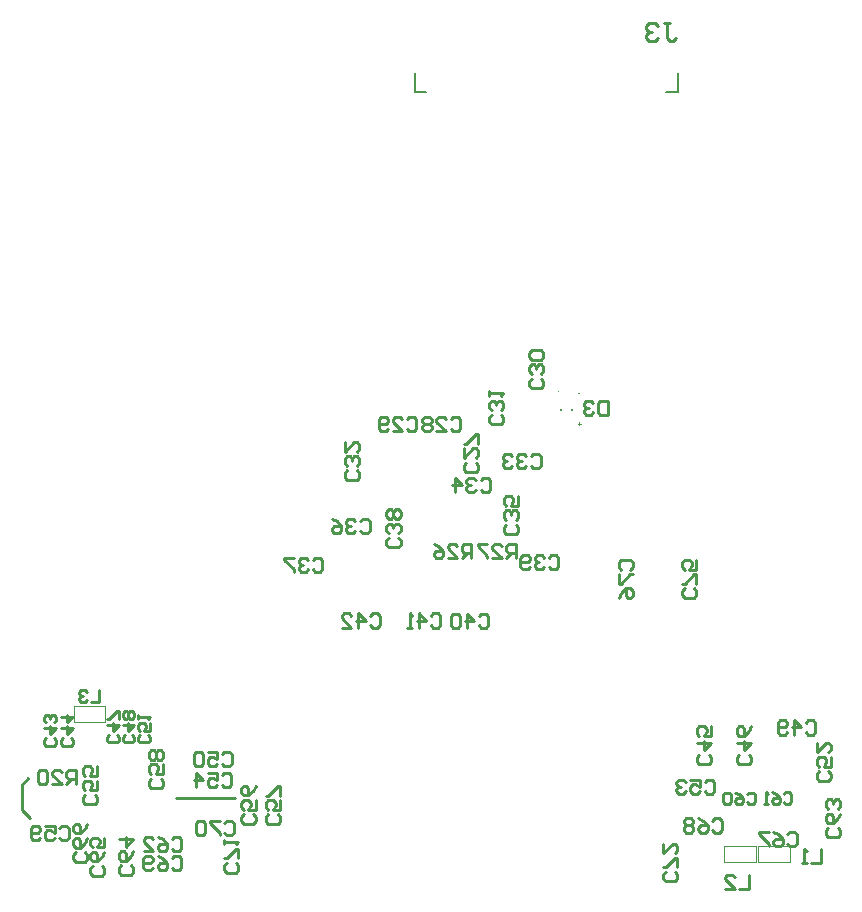
<source format=gbo>
G04*
G04 #@! TF.GenerationSoftware,Altium Limited,Altium Designer,20.1.7 (139)*
G04*
G04 Layer_Color=32896*
%FSLAX25Y25*%
%MOIN*%
G70*
G04*
G04 #@! TF.SameCoordinates,F1024F09-50C5-4513-BE08-2A4FEE95A773*
G04*
G04*
G04 #@! TF.FilePolarity,Positive*
G04*
G01*
G75*
%ADD10C,0.00394*%
%ADD11C,0.00787*%
%ADD15C,0.01000*%
G36*
X210848Y225434D02*
X211400D01*
Y225201D01*
X210848D01*
Y224654D01*
X210617D01*
Y225201D01*
X210070D01*
Y225434D01*
X210617D01*
Y225981D01*
X210848D01*
Y225434D01*
D02*
G37*
G36*
X210906Y235340D02*
X210145D01*
Y235589D01*
X210906D01*
Y235340D01*
D02*
G37*
D10*
X203689Y236166D02*
G03*
X203689Y236166I-197J0D01*
G01*
X52705Y125965D02*
Y131280D01*
X42193D02*
X52688D01*
X42193Y125965D02*
Y131280D01*
Y125965D02*
X52688D01*
X280906Y79398D02*
Y84713D01*
X270394D02*
X280889D01*
X270394Y79398D02*
Y84713D01*
Y79398D02*
X280889D01*
X269468Y79378D02*
Y84693D01*
X258957D02*
X269452D01*
X258957Y79378D02*
Y84693D01*
Y79378D02*
X269452D01*
D11*
X155748Y336006D02*
Y342404D01*
X243543Y336006D02*
Y342404D01*
X155748Y336006D02*
X159716D01*
X239575D02*
X243543D01*
X208067Y230114D02*
Y230508D01*
X204720Y230114D02*
Y230508D01*
D15*
X24909Y96713D02*
X27713Y93910D01*
X24909Y96713D02*
Y97264D01*
Y105161D01*
X26977Y107229D01*
X76276Y100657D02*
X95941D01*
X200493Y180825D02*
X201280Y181613D01*
X202855D01*
X203642Y180825D01*
Y177677D01*
X202855Y176890D01*
X201280D01*
X200493Y177677D01*
X198919Y180825D02*
X198132Y181613D01*
X196557D01*
X195770Y180825D01*
Y180038D01*
X196557Y179251D01*
X197345D01*
X196557D01*
X195770Y178464D01*
Y177677D01*
X196557Y176890D01*
X198132D01*
X198919Y177677D01*
X194196D02*
X193409Y176890D01*
X191834D01*
X191047Y177677D01*
Y180825D01*
X191834Y181613D01*
X193409D01*
X194196Y180825D01*
Y180038D01*
X193409Y179251D01*
X191047D01*
X224552Y176859D02*
X223765Y177646D01*
Y179221D01*
X224552Y180008D01*
X227701D01*
X228488Y179221D01*
Y177646D01*
X227701Y176859D01*
X223765Y175285D02*
Y172136D01*
X224552D01*
X227701Y175285D01*
X228488D01*
X223765Y167413D02*
X224552Y168988D01*
X226127Y170562D01*
X227701D01*
X228488Y169775D01*
Y168201D01*
X227701Y167413D01*
X226914D01*
X226127Y168201D01*
Y170562D01*
X248928Y170582D02*
X249715Y169794D01*
Y168220D01*
X248928Y167433D01*
X245779D01*
X244992Y168220D01*
Y169794D01*
X245779Y170582D01*
X249715Y172156D02*
Y175304D01*
X248928D01*
X245779Y172156D01*
X244992D01*
X249715Y180027D02*
Y176879D01*
X247354D01*
X248141Y178453D01*
Y179240D01*
X247354Y180027D01*
X245779D01*
X244992Y179240D01*
Y177666D01*
X245779Y176879D01*
X238901Y359198D02*
X240901D01*
X239901D01*
Y354200D01*
X240901Y353200D01*
X241900D01*
X242900Y354200D01*
X236902Y358198D02*
X235902Y359198D01*
X233903D01*
X232903Y358198D01*
Y357199D01*
X233903Y356199D01*
X234903D01*
X233903D01*
X232903Y355199D01*
Y354200D01*
X233903Y353200D01*
X235902D01*
X236902Y354200D01*
X50453Y136759D02*
Y132823D01*
X47829D01*
X46517Y136103D02*
X45861Y136759D01*
X44549D01*
X43893Y136103D01*
Y135447D01*
X44549Y134791D01*
X45205D01*
X44549D01*
X43893Y134135D01*
Y133479D01*
X44549Y132823D01*
X45861D01*
X46517Y133479D01*
X267142Y75187D02*
Y70465D01*
X263993D01*
X259270D02*
X262419D01*
X259270Y73613D01*
Y74400D01*
X260057Y75187D01*
X261632D01*
X262419Y74400D01*
X291122Y83727D02*
Y79004D01*
X287973D01*
X286399D02*
X284825D01*
X285612D01*
Y83727D01*
X286399Y82940D01*
X189488Y180713D02*
Y185435D01*
X187127D01*
X186340Y184648D01*
Y183074D01*
X187127Y182287D01*
X189488D01*
X187914D02*
X186340Y180713D01*
X181617D02*
X184765D01*
X181617Y183861D01*
Y184648D01*
X182404Y185435D01*
X183978D01*
X184765Y184648D01*
X180042Y185435D02*
X176894D01*
Y184648D01*
X180042Y181500D01*
Y180713D01*
X174661Y180780D02*
Y185502D01*
X172300D01*
X171513Y184715D01*
Y183141D01*
X172300Y182354D01*
X174661D01*
X173087D02*
X171513Y180780D01*
X166790D02*
X169939D01*
X166790Y183928D01*
Y184715D01*
X167577Y185502D01*
X169151D01*
X169939Y184715D01*
X162067Y185502D02*
X163641Y184715D01*
X165216Y183141D01*
Y181567D01*
X164428Y180780D01*
X162854D01*
X162067Y181567D01*
Y182354D01*
X162854Y183141D01*
X165216D01*
X91599Y115302D02*
X92387Y116089D01*
X93961D01*
X94748Y115302D01*
Y112153D01*
X93961Y111366D01*
X92387D01*
X91599Y112153D01*
X86877Y116089D02*
X90025D01*
Y113728D01*
X88451Y114515D01*
X87664D01*
X86877Y113728D01*
Y112153D01*
X87664Y111366D01*
X89238D01*
X90025Y112153D01*
X85302Y115302D02*
X84515Y116089D01*
X82941D01*
X82154Y115302D01*
Y112153D01*
X82941Y111366D01*
X84515D01*
X85302Y112153D01*
Y115302D01*
X35414Y120647D02*
X36070Y119992D01*
Y118680D01*
X35414Y118024D01*
X32790D01*
X32134Y118680D01*
Y119992D01*
X32790Y120647D01*
X32134Y123927D02*
X36070D01*
X34102Y121959D01*
Y124583D01*
X35414Y125895D02*
X36070Y126551D01*
Y127863D01*
X35414Y128519D01*
X34758D01*
X34102Y127863D01*
Y127207D01*
Y127863D01*
X33446Y128519D01*
X32790D01*
X32134Y127863D01*
Y126551D01*
X32790Y125895D01*
X101963Y95279D02*
X102750Y94491D01*
Y92917D01*
X101963Y92130D01*
X98815D01*
X98028Y92917D01*
Y94491D01*
X98815Y95279D01*
X102750Y100001D02*
Y96853D01*
X100389D01*
X101176Y98427D01*
Y99214D01*
X100389Y100001D01*
X98815D01*
X98028Y99214D01*
Y97640D01*
X98815Y96853D01*
X102750Y104724D02*
X101963Y103150D01*
X100389Y101576D01*
X98815D01*
X98028Y102363D01*
Y103937D01*
X98815Y104724D01*
X99602D01*
X100389Y103937D01*
Y101576D01*
X110188Y95223D02*
X110975Y94436D01*
Y92862D01*
X110188Y92075D01*
X107039D01*
X106252Y92862D01*
Y94436D01*
X107039Y95223D01*
X110975Y99946D02*
Y96798D01*
X108613D01*
X109401Y98372D01*
Y99159D01*
X108613Y99946D01*
X107039D01*
X106252Y99159D01*
Y97585D01*
X107039Y96798D01*
X110975Y101521D02*
Y104669D01*
X110188D01*
X107039Y101521D01*
X106252D01*
X41311Y120647D02*
X41967Y119992D01*
Y118680D01*
X41311Y118024D01*
X38688D01*
X38032Y118680D01*
Y119992D01*
X38688Y120647D01*
X38032Y123927D02*
X41967D01*
X39999Y121959D01*
Y124583D01*
X38032Y127863D02*
X41967D01*
X39999Y125895D01*
Y128519D01*
X74796Y80570D02*
X75583Y81357D01*
X77158D01*
X77945Y80570D01*
Y77421D01*
X77158Y76634D01*
X75583D01*
X74796Y77421D01*
X70073Y81357D02*
X71648Y80570D01*
X73222Y78995D01*
Y77421D01*
X72435Y76634D01*
X70861D01*
X70073Y77421D01*
Y78208D01*
X70861Y78995D01*
X73222D01*
X68499Y77421D02*
X67712Y76634D01*
X66138D01*
X65351Y77421D01*
Y80570D01*
X66138Y81357D01*
X67712D01*
X68499Y80570D01*
Y79782D01*
X67712Y78995D01*
X65351D01*
X74891Y86952D02*
X75678Y87739D01*
X77252D01*
X78039Y86952D01*
Y83803D01*
X77252Y83016D01*
X75678D01*
X74891Y83803D01*
X70168Y87739D02*
X71742Y86952D01*
X73317Y85377D01*
Y83803D01*
X72529Y83016D01*
X70955D01*
X70168Y83803D01*
Y84590D01*
X70955Y85377D01*
X73317D01*
X65445Y83016D02*
X68594D01*
X65445Y86164D01*
Y86952D01*
X66232Y87739D01*
X67807D01*
X68594Y86952D01*
X71136Y107184D02*
X71924Y106397D01*
Y104823D01*
X71136Y104035D01*
X67988D01*
X67201Y104823D01*
Y106397D01*
X67988Y107184D01*
X71924Y111907D02*
Y108758D01*
X69562D01*
X70349Y110333D01*
Y111120D01*
X69562Y111907D01*
X67988D01*
X67201Y111120D01*
Y109546D01*
X67988Y108758D01*
X71136Y113481D02*
X71924Y114268D01*
Y115843D01*
X71136Y116630D01*
X70349D01*
X69562Y115843D01*
X68775Y116630D01*
X67988D01*
X67201Y115843D01*
Y114268D01*
X67988Y113481D01*
X68775D01*
X69562Y114268D01*
X70349Y113481D01*
X71136D01*
X69562Y114268D02*
Y115843D01*
X56544Y121848D02*
X57200Y121192D01*
Y119880D01*
X56544Y119224D01*
X53920D01*
X53264Y119880D01*
Y121192D01*
X53920Y121848D01*
X53264Y125128D02*
X57200D01*
X55232Y123160D01*
Y125784D01*
X57200Y127096D02*
Y129720D01*
X56544D01*
X53920Y127096D01*
X53264D01*
X61705Y121848D02*
X62361Y121192D01*
Y119880D01*
X61705Y119224D01*
X59081D01*
X58425Y119880D01*
Y121192D01*
X59081Y121848D01*
X58425Y125128D02*
X62361D01*
X60393Y123160D01*
Y125784D01*
X61705Y127096D02*
X62361Y127752D01*
Y129064D01*
X61705Y129720D01*
X61049D01*
X60393Y129064D01*
X59737Y129720D01*
X59081D01*
X58425Y129064D01*
Y127752D01*
X59081Y127096D01*
X59737D01*
X60393Y127752D01*
X61049Y127096D01*
X61705D01*
X60393Y127752D02*
Y129064D01*
X96274Y79011D02*
X97062Y78224D01*
Y76649D01*
X96274Y75862D01*
X93126D01*
X92339Y76649D01*
Y78224D01*
X93126Y79011D01*
X97062Y80585D02*
Y83734D01*
X96274D01*
X93126Y80585D01*
X92339D01*
Y85308D02*
Y86882D01*
Y86095D01*
X97062D01*
X96274Y85308D01*
X253869Y115113D02*
X254656Y114326D01*
Y112752D01*
X253869Y111965D01*
X250720D01*
X249933Y112752D01*
Y114326D01*
X250720Y115113D01*
X249933Y119049D02*
X254656D01*
X252294Y116687D01*
Y119836D01*
X254656Y124559D02*
Y121410D01*
X252294D01*
X253082Y122985D01*
Y123772D01*
X252294Y124559D01*
X250720D01*
X249933Y123772D01*
Y122197D01*
X250720Y121410D01*
X286178Y125818D02*
X286965Y126605D01*
X288540D01*
X289327Y125818D01*
Y122669D01*
X288540Y121882D01*
X286965D01*
X286178Y122669D01*
X282242Y121882D02*
Y126605D01*
X284604Y124243D01*
X281455D01*
X279881Y122669D02*
X279094Y121882D01*
X277520D01*
X276732Y122669D01*
Y125818D01*
X277520Y126605D01*
X279094D01*
X279881Y125818D01*
Y125031D01*
X279094Y124243D01*
X276732D01*
X242601Y76062D02*
X243388Y75275D01*
Y73700D01*
X242601Y72913D01*
X239453D01*
X238665Y73700D01*
Y75275D01*
X239453Y76062D01*
X243388Y77636D02*
Y80785D01*
X242601D01*
X239453Y77636D01*
X238665D01*
Y85508D02*
Y82359D01*
X241814Y85508D01*
X242601D01*
X243388Y84721D01*
Y83146D01*
X242601Y82359D01*
X45892Y82637D02*
X46680Y81850D01*
Y80275D01*
X45892Y79488D01*
X42744D01*
X41957Y80275D01*
Y81850D01*
X42744Y82637D01*
X46680Y87360D02*
X45892Y85785D01*
X44318Y84211D01*
X42744D01*
X41957Y84998D01*
Y86572D01*
X42744Y87360D01*
X43531D01*
X44318Y86572D01*
Y84211D01*
X46680Y92083D02*
X45892Y90508D01*
X44318Y88934D01*
X42744D01*
X41957Y89721D01*
Y91295D01*
X42744Y92083D01*
X43531D01*
X44318Y91295D01*
Y88934D01*
X266482Y101886D02*
X267138Y102542D01*
X268450D01*
X269106Y101886D01*
Y99262D01*
X268450Y98606D01*
X267138D01*
X266482Y99262D01*
X262547Y102542D02*
X263859Y101886D01*
X265171Y100574D01*
Y99262D01*
X264515Y98606D01*
X263203D01*
X262547Y99262D01*
Y99918D01*
X263203Y100574D01*
X265171D01*
X261235Y101886D02*
X260579Y102542D01*
X259267D01*
X258611Y101886D01*
Y99262D01*
X259267Y98606D01*
X260579D01*
X261235Y99262D01*
Y101886D01*
X220091Y228486D02*
Y233209D01*
X217729D01*
X216942Y232421D01*
Y229273D01*
X217729Y228486D01*
X220091D01*
X215368Y229273D02*
X214580Y228486D01*
X213006D01*
X212219Y229273D01*
Y230060D01*
X213006Y230847D01*
X213793D01*
X213006D01*
X212219Y231634D01*
Y232421D01*
X213006Y233209D01*
X214580D01*
X215368Y232421D01*
X42819Y105362D02*
Y110085D01*
X40457D01*
X39670Y109298D01*
Y107724D01*
X40457Y106937D01*
X42819D01*
X41245D02*
X39670Y105362D01*
X34947D02*
X38096D01*
X34947Y108511D01*
Y109298D01*
X35735Y110085D01*
X37309D01*
X38096Y109298D01*
X33373D02*
X32586Y110085D01*
X31012D01*
X30224Y109298D01*
Y106149D01*
X31012Y105362D01*
X32586D01*
X33373Y106149D01*
Y109298D01*
X255025Y93137D02*
X255812Y93924D01*
X257386D01*
X258173Y93137D01*
Y89988D01*
X257386Y89201D01*
X255812D01*
X255025Y89988D01*
X250302Y93924D02*
X251876Y93137D01*
X253450Y91562D01*
Y89988D01*
X252663Y89201D01*
X251089D01*
X250302Y89988D01*
Y90775D01*
X251089Y91562D01*
X253450D01*
X248727Y93137D02*
X247940Y93924D01*
X246366D01*
X245579Y93137D01*
Y92349D01*
X246366Y91562D01*
X245579Y90775D01*
Y89988D01*
X246366Y89201D01*
X247940D01*
X248727Y89988D01*
Y90775D01*
X247940Y91562D01*
X248727Y92349D01*
Y93137D01*
X247940Y91562D02*
X246366D01*
X252399Y106078D02*
X253186Y106865D01*
X254760D01*
X255547Y106078D01*
Y102929D01*
X254760Y102142D01*
X253186D01*
X252399Y102929D01*
X247676Y106865D02*
X250824D01*
Y104503D01*
X249250Y105290D01*
X248463D01*
X247676Y104503D01*
Y102929D01*
X248463Y102142D01*
X250037D01*
X250824Y102929D01*
X246101Y106078D02*
X245314Y106865D01*
X243740D01*
X242953Y106078D01*
Y105290D01*
X243740Y104503D01*
X244527D01*
X243740D01*
X242953Y103716D01*
Y102929D01*
X243740Y102142D01*
X245314D01*
X246101Y102929D01*
X267156Y115113D02*
X267943Y114326D01*
Y112752D01*
X267156Y111965D01*
X264008D01*
X263221Y112752D01*
Y114326D01*
X264008Y115113D01*
X263221Y119049D02*
X267943D01*
X265582Y116687D01*
Y119836D01*
X267943Y124559D02*
X267156Y122985D01*
X265582Y121410D01*
X264008D01*
X263221Y122197D01*
Y123772D01*
X264008Y124559D01*
X264795D01*
X265582Y123772D01*
Y121410D01*
X293672Y109621D02*
X294459Y108834D01*
Y107260D01*
X293672Y106472D01*
X290523D01*
X289736Y107260D01*
Y108834D01*
X290523Y109621D01*
X294459Y114344D02*
Y111195D01*
X292098D01*
X292885Y112770D01*
Y113557D01*
X292098Y114344D01*
X290523D01*
X289736Y113557D01*
Y111983D01*
X290523Y111195D01*
X289736Y119067D02*
Y115918D01*
X292885Y119067D01*
X293672D01*
X294459Y118280D01*
Y116705D01*
X293672Y115918D01*
X296857Y90826D02*
X297644Y90039D01*
Y88464D01*
X296857Y87677D01*
X293708D01*
X292921Y88464D01*
Y90039D01*
X293708Y90826D01*
X297644Y95549D02*
X296857Y93974D01*
X295283Y92400D01*
X293708D01*
X292921Y93187D01*
Y94762D01*
X293708Y95549D01*
X294496D01*
X295283Y94762D01*
Y92400D01*
X296857Y97123D02*
X297644Y97910D01*
Y99484D01*
X296857Y100271D01*
X296070D01*
X295283Y99484D01*
Y98697D01*
Y99484D01*
X294496Y100271D01*
X293708D01*
X292921Y99484D01*
Y97910D01*
X293708Y97123D01*
X280027Y88666D02*
X280814Y89453D01*
X282389D01*
X283176Y88666D01*
Y85518D01*
X282389Y84730D01*
X280814D01*
X280027Y85518D01*
X275304Y89453D02*
X276879Y88666D01*
X278453Y87092D01*
Y85518D01*
X277666Y84730D01*
X276092D01*
X275304Y85518D01*
Y86305D01*
X276092Y87092D01*
X278453D01*
X273730Y89453D02*
X270581D01*
Y88666D01*
X273730Y85518D01*
Y84730D01*
X278738Y102091D02*
X279394Y102747D01*
X280706D01*
X281362Y102091D01*
Y99467D01*
X280706Y98811D01*
X279394D01*
X278738Y99467D01*
X274803Y102747D02*
X276115Y102091D01*
X277427Y100779D01*
Y99467D01*
X276770Y98811D01*
X275459D01*
X274803Y99467D01*
Y100123D01*
X275459Y100779D01*
X277427D01*
X273491Y98811D02*
X272179D01*
X272835D01*
Y102747D01*
X273491Y102091D01*
X197881Y240542D02*
X198668Y239755D01*
Y238181D01*
X197881Y237394D01*
X194732D01*
X193945Y238181D01*
Y239755D01*
X194732Y240542D01*
X197881Y242117D02*
X198668Y242904D01*
Y244478D01*
X197881Y245265D01*
X197093D01*
X196306Y244478D01*
Y243691D01*
Y244478D01*
X195519Y245265D01*
X194732D01*
X193945Y244478D01*
Y242904D01*
X194732Y242117D01*
X197881Y246839D02*
X198668Y247627D01*
Y249201D01*
X197881Y249988D01*
X194732D01*
X193945Y249201D01*
Y247627D01*
X194732Y246839D01*
X197881D01*
X176137Y212538D02*
X176924Y211751D01*
Y210177D01*
X176137Y209390D01*
X172988D01*
X172201Y210177D01*
Y211751D01*
X172988Y212538D01*
X172201Y217261D02*
Y214113D01*
X175349Y217261D01*
X176137D01*
X176924Y216474D01*
Y214900D01*
X176137Y214113D01*
X176924Y218835D02*
Y221984D01*
X176137D01*
X172988Y218835D01*
X172201D01*
X194592Y214636D02*
X195379Y215424D01*
X196953D01*
X197740Y214636D01*
Y211488D01*
X196953Y210701D01*
X195379D01*
X194592Y211488D01*
X193017Y214636D02*
X192230Y215424D01*
X190656D01*
X189869Y214636D01*
Y213849D01*
X190656Y213062D01*
X191443D01*
X190656D01*
X189869Y212275D01*
Y211488D01*
X190656Y210701D01*
X192230D01*
X193017Y211488D01*
X188294Y214636D02*
X187507Y215424D01*
X185933D01*
X185146Y214636D01*
Y213849D01*
X185933Y213062D01*
X186720D01*
X185933D01*
X185146Y212275D01*
Y211488D01*
X185933Y210701D01*
X187507D01*
X188294Y211488D01*
X189467Y191845D02*
X190254Y191058D01*
Y189484D01*
X189467Y188697D01*
X186319D01*
X185531Y189484D01*
Y191058D01*
X186319Y191845D01*
X189467Y193420D02*
X190254Y194207D01*
Y195781D01*
X189467Y196568D01*
X188680D01*
X187893Y195781D01*
Y194994D01*
Y195781D01*
X187106Y196568D01*
X186319D01*
X185531Y195781D01*
Y194207D01*
X186319Y193420D01*
X190254Y201291D02*
Y198143D01*
X187893D01*
X188680Y199717D01*
Y200504D01*
X187893Y201291D01*
X186319D01*
X185531Y200504D01*
Y198930D01*
X186319Y198143D01*
X184546Y228475D02*
X185333Y227688D01*
Y226114D01*
X184546Y225327D01*
X181397D01*
X180610Y226114D01*
Y227688D01*
X181397Y228475D01*
X184546Y230050D02*
X185333Y230837D01*
Y232411D01*
X184546Y233198D01*
X183759D01*
X182972Y232411D01*
Y231624D01*
Y232411D01*
X182185Y233198D01*
X181397D01*
X180610Y232411D01*
Y230837D01*
X181397Y230050D01*
X180610Y234772D02*
Y236347D01*
Y235560D01*
X185333D01*
X184546Y234772D01*
X153225Y226940D02*
X154013Y227727D01*
X155587D01*
X156374Y226940D01*
Y223791D01*
X155587Y223004D01*
X154013D01*
X153225Y223791D01*
X148503Y223004D02*
X151651D01*
X148503Y226152D01*
Y226940D01*
X149290Y227727D01*
X150864D01*
X151651Y226940D01*
X146928Y223791D02*
X146141Y223004D01*
X144567D01*
X143780Y223791D01*
Y226940D01*
X144567Y227727D01*
X146141D01*
X146928Y226940D01*
Y226152D01*
X146141Y225365D01*
X143780D01*
X167780Y226995D02*
X168568Y227782D01*
X170142D01*
X170929Y226995D01*
Y223846D01*
X170142Y223059D01*
X168568D01*
X167780Y223846D01*
X163058Y223059D02*
X166206D01*
X163058Y226208D01*
Y226995D01*
X163845Y227782D01*
X165419D01*
X166206Y226995D01*
X161483D02*
X160696Y227782D01*
X159122D01*
X158335Y226995D01*
Y226208D01*
X159122Y225420D01*
X158335Y224633D01*
Y223846D01*
X159122Y223059D01*
X160696D01*
X161483Y223846D01*
Y224633D01*
X160696Y225420D01*
X161483Y226208D01*
Y226995D01*
X160696Y225420D02*
X159122D01*
X177753Y206585D02*
X178540Y207372D01*
X180114D01*
X180902Y206585D01*
Y203437D01*
X180114Y202650D01*
X178540D01*
X177753Y203437D01*
X176179Y206585D02*
X175391Y207372D01*
X173817D01*
X173030Y206585D01*
Y205798D01*
X173817Y205011D01*
X174604D01*
X173817D01*
X173030Y204224D01*
Y203437D01*
X173817Y202650D01*
X175391D01*
X176179Y203437D01*
X169094Y202650D02*
Y207372D01*
X171456Y205011D01*
X168307D01*
X177214Y161369D02*
X178001Y162156D01*
X179575D01*
X180362Y161369D01*
Y158220D01*
X179575Y157433D01*
X178001D01*
X177214Y158220D01*
X173278Y157433D02*
Y162156D01*
X175639Y159794D01*
X172491D01*
X170916Y161369D02*
X170129Y162156D01*
X168555D01*
X167768Y161369D01*
Y158220D01*
X168555Y157433D01*
X170129D01*
X170916Y158220D01*
Y161369D01*
X161182Y161436D02*
X161969Y162223D01*
X163544D01*
X164331Y161436D01*
Y158287D01*
X163544Y157500D01*
X161969D01*
X161182Y158287D01*
X157246Y157500D02*
Y162223D01*
X159608Y159861D01*
X156459D01*
X154885Y157500D02*
X153311D01*
X154098D01*
Y162223D01*
X154885Y161436D01*
X150286Y187483D02*
X151073Y186696D01*
Y185122D01*
X150286Y184335D01*
X147137D01*
X146350Y185122D01*
Y186696D01*
X147137Y187483D01*
X150286Y189058D02*
X151073Y189845D01*
Y191419D01*
X150286Y192206D01*
X149499D01*
X148712Y191419D01*
Y190632D01*
Y191419D01*
X147925Y192206D01*
X147137D01*
X146350Y191419D01*
Y189845D01*
X147137Y189058D01*
X150286Y193780D02*
X151073Y194568D01*
Y196142D01*
X150286Y196929D01*
X149499D01*
X148712Y196142D01*
X147925Y196929D01*
X147137D01*
X146350Y196142D01*
Y194568D01*
X147137Y193780D01*
X147925D01*
X148712Y194568D01*
X149499Y193780D01*
X150286D01*
X148712Y194568D02*
Y196142D01*
X140989Y161436D02*
X141776Y162223D01*
X143351D01*
X144138Y161436D01*
Y158287D01*
X143351Y157500D01*
X141776D01*
X140989Y158287D01*
X137054Y157500D02*
Y162223D01*
X139415Y159861D01*
X136266D01*
X131544Y157500D02*
X134692D01*
X131544Y160649D01*
Y161436D01*
X132331Y162223D01*
X133905D01*
X134692Y161436D01*
X121800Y180085D02*
X122587Y180872D01*
X124162D01*
X124949Y180085D01*
Y176937D01*
X124162Y176150D01*
X122587D01*
X121800Y176937D01*
X120226Y180085D02*
X119439Y180872D01*
X117865D01*
X117077Y180085D01*
Y179298D01*
X117865Y178511D01*
X118652D01*
X117865D01*
X117077Y177724D01*
Y176937D01*
X117865Y176150D01*
X119439D01*
X120226Y176937D01*
X115503Y180872D02*
X112355D01*
Y180085D01*
X115503Y176937D01*
Y176150D01*
X137635Y192900D02*
X138422Y193687D01*
X139996D01*
X140784Y192900D01*
Y189752D01*
X139996Y188965D01*
X138422D01*
X137635Y189752D01*
X136061Y192900D02*
X135273Y193687D01*
X133699D01*
X132912Y192900D01*
Y192113D01*
X133699Y191326D01*
X134486D01*
X133699D01*
X132912Y190539D01*
Y189752D01*
X133699Y188965D01*
X135273D01*
X136061Y189752D01*
X128189Y193687D02*
X129763Y192900D01*
X131338Y191326D01*
Y189752D01*
X130551Y188965D01*
X128976D01*
X128189Y189752D01*
Y190539D01*
X128976Y191326D01*
X131338D01*
X49121Y101794D02*
X49908Y101007D01*
Y99433D01*
X49121Y98646D01*
X45972D01*
X45185Y99433D01*
Y101007D01*
X45972Y101794D01*
X49908Y106517D02*
Y103369D01*
X47546D01*
X48334Y104943D01*
Y105730D01*
X47546Y106517D01*
X45972D01*
X45185Y105730D01*
Y104156D01*
X45972Y103369D01*
X49908Y111240D02*
Y108091D01*
X47546D01*
X48334Y109666D01*
Y110453D01*
X47546Y111240D01*
X45972D01*
X45185Y110453D01*
Y108879D01*
X45972Y108091D01*
X51585Y78023D02*
X52372Y77236D01*
Y75661D01*
X51585Y74874D01*
X48437D01*
X47650Y75661D01*
Y77236D01*
X48437Y78023D01*
X52372Y82745D02*
X51585Y81171D01*
X50011Y79597D01*
X48437D01*
X47650Y80384D01*
Y81958D01*
X48437Y82745D01*
X49224D01*
X50011Y81958D01*
Y79597D01*
X52372Y87468D02*
Y84320D01*
X50011D01*
X50798Y85894D01*
Y86681D01*
X50011Y87468D01*
X48437D01*
X47650Y86681D01*
Y85107D01*
X48437Y84320D01*
X61160Y78255D02*
X61947Y77468D01*
Y75893D01*
X61160Y75106D01*
X58012D01*
X57224Y75893D01*
Y77468D01*
X58012Y78255D01*
X61947Y82978D02*
X61160Y81403D01*
X59586Y79829D01*
X58012D01*
X57224Y80616D01*
Y82191D01*
X58012Y82978D01*
X58799D01*
X59586Y82191D01*
Y79829D01*
X57224Y86914D02*
X61947D01*
X59586Y84552D01*
Y87701D01*
X92304Y92349D02*
X93091Y93136D01*
X94666D01*
X95453Y92349D01*
Y89201D01*
X94666Y88413D01*
X93091D01*
X92304Y89201D01*
X90730Y93136D02*
X87581D01*
Y92349D01*
X90730Y89201D01*
Y88413D01*
X86007Y92349D02*
X85220Y93136D01*
X83646D01*
X82858Y92349D01*
Y89201D01*
X83646Y88413D01*
X85220D01*
X86007Y89201D01*
Y92349D01*
X91552Y108306D02*
X92339Y109093D01*
X93914D01*
X94701Y108306D01*
Y105157D01*
X93914Y104370D01*
X92339D01*
X91552Y105157D01*
X86829Y109093D02*
X89978D01*
Y106731D01*
X88404Y107519D01*
X87616D01*
X86829Y106731D01*
Y105157D01*
X87616Y104370D01*
X89191D01*
X89978Y105157D01*
X82894Y104370D02*
Y109093D01*
X85255Y106731D01*
X82106D01*
X66819Y121848D02*
X67475Y121192D01*
Y119880D01*
X66819Y119224D01*
X64195D01*
X63539Y119880D01*
Y121192D01*
X64195Y121848D01*
X67475Y125784D02*
Y123160D01*
X65507D01*
X66163Y124472D01*
Y125128D01*
X65507Y125784D01*
X64195D01*
X63539Y125128D01*
Y123816D01*
X64195Y123160D01*
X63539Y127096D02*
Y128408D01*
Y127752D01*
X67475D01*
X66819Y127096D01*
X136467Y209889D02*
X137254Y209102D01*
Y207527D01*
X136467Y206740D01*
X133319D01*
X132531Y207527D01*
Y209102D01*
X133319Y209889D01*
X136467Y211463D02*
X137254Y212250D01*
Y213825D01*
X136467Y214612D01*
X135680D01*
X134893Y213825D01*
Y213037D01*
Y213825D01*
X134106Y214612D01*
X133319D01*
X132531Y213825D01*
Y212250D01*
X133319Y211463D01*
X132531Y219335D02*
Y216186D01*
X135680Y219335D01*
X136467D01*
X137254Y218547D01*
Y216973D01*
X136467Y216186D01*
X37304Y90699D02*
X38091Y91487D01*
X39666D01*
X40453Y90699D01*
Y87551D01*
X39666Y86764D01*
X38091D01*
X37304Y87551D01*
X32581Y91487D02*
X35730D01*
Y89125D01*
X34156Y89912D01*
X33368D01*
X32581Y89125D01*
Y87551D01*
X33368Y86764D01*
X34943D01*
X35730Y87551D01*
X31007D02*
X30220Y86764D01*
X28646D01*
X27858Y87551D01*
Y90699D01*
X28646Y91487D01*
X30220D01*
X31007Y90699D01*
Y89912D01*
X30220Y89125D01*
X27858D01*
M02*

</source>
